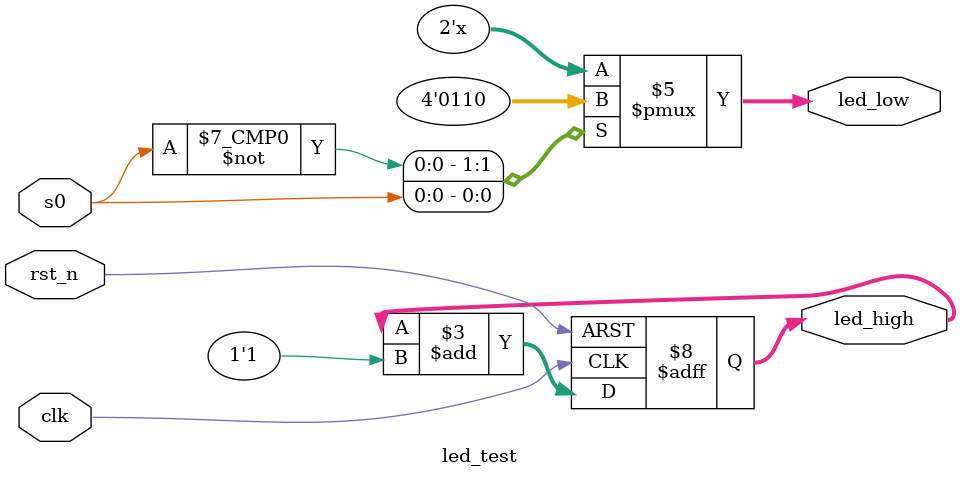
<source format=v>
module led_test(led_high,led_low,clk,rst_n,s0);
output[1:0] led_high;
output[1:0] led_low;
input clk,rst_n,s0;
reg[1:0] led_high,led_low;

always @(posedge clk or negedge rst_n) begin
	if(~rst_n)
		led_high <= 2'b00;
	else 
		led_high <= led_high+1'b1;
end

always @(*) begin
	case(s0)
		1'b0 : led_low <=2'b01;
		1'b1 : led_low <=2'b10;
		default:led_low <=2'b00;
	endcase
end

endmodule

</source>
